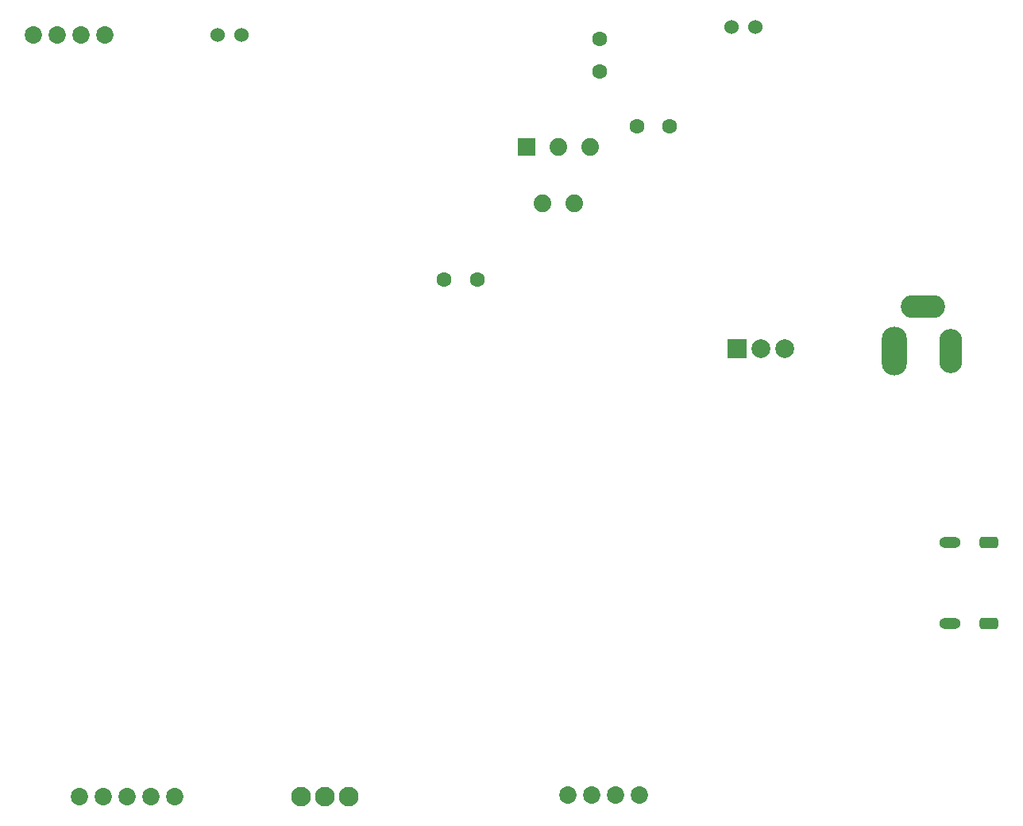
<source format=gbs>
G04 #@! TF.GenerationSoftware,KiCad,Pcbnew,8.0.1*
G04 #@! TF.CreationDate,2024-11-07T20:40:26-08:00*
G04 #@! TF.ProjectId,hope_final_project,686f7065-5f66-4696-9e61-6c5f70726f6a,rev?*
G04 #@! TF.SameCoordinates,Original*
G04 #@! TF.FileFunction,Soldermask,Bot*
G04 #@! TF.FilePolarity,Negative*
%FSLAX46Y46*%
G04 Gerber Fmt 4.6, Leading zero omitted, Abs format (unit mm)*
G04 Created by KiCad (PCBNEW 8.0.1) date 2024-11-07 20:40:26*
%MOMM*%
%LPD*%
G01*
G04 APERTURE LIST*
G04 Aperture macros list*
%AMRoundRect*
0 Rectangle with rounded corners*
0 $1 Rounding radius*
0 $2 $3 $4 $5 $6 $7 $8 $9 X,Y pos of 4 corners*
0 Add a 4 corners polygon primitive as box body*
4,1,4,$2,$3,$4,$5,$6,$7,$8,$9,$2,$3,0*
0 Add four circle primitives for the rounded corners*
1,1,$1+$1,$2,$3*
1,1,$1+$1,$4,$5*
1,1,$1+$1,$6,$7*
1,1,$1+$1,$8,$9*
0 Add four rect primitives between the rounded corners*
20,1,$1+$1,$2,$3,$4,$5,0*
20,1,$1+$1,$4,$5,$6,$7,0*
20,1,$1+$1,$6,$7,$8,$9,0*
20,1,$1+$1,$8,$9,$2,$3,0*%
G04 Aperture macros list end*
%ADD10C,2.100000*%
%ADD11C,1.524000*%
%ADD12C,1.600000*%
%ADD13R,2.000000X2.000000*%
%ADD14C,2.000000*%
%ADD15R,1.890000X1.890000*%
%ADD16C,1.890000*%
%ADD17O,2.704000X5.204000*%
%ADD18O,2.454000X4.704000*%
%ADD19O,4.704000X2.454000*%
%ADD20C,1.854000*%
%ADD21O,2.304000X1.204000*%
%ADD22RoundRect,0.301000X0.701000X-0.301000X0.701000X0.301000X-0.701000X0.301000X-0.701000X-0.301000X0*%
G04 APERTURE END LIST*
D10*
X133640000Y-137950000D03*
X131100000Y-137950000D03*
X128560000Y-137950000D03*
D11*
X122220000Y-56800000D03*
X119680000Y-56780000D03*
D12*
X147325000Y-82875000D03*
X143825000Y-82875000D03*
D13*
X175020000Y-90190000D03*
D14*
X177560000Y-90190000D03*
X180100000Y-90190000D03*
D15*
X152625000Y-68675000D03*
D16*
X154325000Y-74705000D03*
X156025000Y-68675000D03*
X157725000Y-74705000D03*
X159425000Y-68675000D03*
D17*
X191830000Y-90440000D03*
D18*
X197830000Y-90440000D03*
D19*
X194830000Y-85740000D03*
D20*
X164642800Y-137795000D03*
X162102800Y-137795000D03*
X159562800Y-137795000D03*
X157022800Y-137795000D03*
D11*
X174450000Y-55920000D03*
X176990000Y-55940000D03*
D12*
X160440000Y-60700000D03*
X160440000Y-57200000D03*
D20*
X115112800Y-137922000D03*
X112572800Y-137922000D03*
X110032800Y-137922000D03*
X107492800Y-137922000D03*
X104952800Y-137922000D03*
X107619800Y-56794400D03*
X105079800Y-56794400D03*
X102539800Y-56794400D03*
X99999800Y-56794400D03*
D12*
X164360000Y-66480000D03*
X167860000Y-66480000D03*
D21*
X197740000Y-119470000D03*
D22*
X201920000Y-119470000D03*
D21*
X197740000Y-110830000D03*
D22*
X201920000Y-110830000D03*
M02*

</source>
